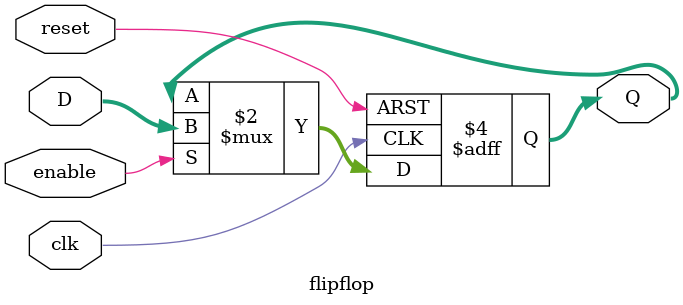
<source format=sv>
`timescale 1ns / 1ps


module flipflop(
input logic clk, reset, enable,
input logic [31:0] D,
output logic [31:0] Q);
					
always_ff @(posedge clk, posedge reset)
begin	
    if(reset) 
        Q <= 0;
    else if(enable) 
        Q <= D;
end

endmodule

</source>
